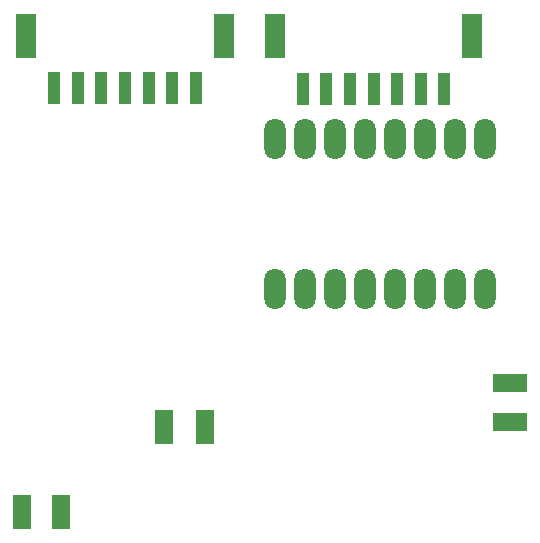
<source format=gbr>
G04 #@! TF.GenerationSoftware,KiCad,Pcbnew,(5.1.8)-1*
G04 #@! TF.CreationDate,2021-03-01T02:31:21-08:00*
G04 #@! TF.ProjectId,UAS,5541532e-6b69-4636-9164-5f7063625858,1*
G04 #@! TF.SameCoordinates,Original*
G04 #@! TF.FileFunction,Paste,Top*
G04 #@! TF.FilePolarity,Positive*
%FSLAX46Y46*%
G04 Gerber Fmt 4.6, Leading zero omitted, Abs format (unit mm)*
G04 Created by KiCad (PCBNEW (5.1.8)-1) date 2021-03-01 02:31:21*
%MOMM*%
%LPD*%
G01*
G04 APERTURE LIST*
%ADD10R,3.000000X1.500000*%
%ADD11R,1.500000X3.000000*%
%ADD12R,1.000000X2.700000*%
%ADD13R,1.800000X3.800000*%
%ADD14O,1.800000X3.500000*%
G04 APERTURE END LIST*
D10*
X166550000Y-111100000D03*
D11*
X140750000Y-111550000D03*
D10*
X166550000Y-107850000D03*
D11*
X137250000Y-111550000D03*
D12*
X133950000Y-82850000D03*
X131950000Y-82850000D03*
X135950000Y-82850000D03*
X137950000Y-82850000D03*
X129950000Y-82850000D03*
X127950000Y-82850000D03*
X139950000Y-82850000D03*
D13*
X142300000Y-78400000D03*
X125600000Y-78400000D03*
D14*
X164470000Y-87150000D03*
X161930000Y-87150000D03*
X159390000Y-87150000D03*
X156850000Y-87150000D03*
X154310000Y-87150000D03*
X151770000Y-87150000D03*
X149230000Y-87150000D03*
X146690000Y-87150000D03*
X164470000Y-99850000D03*
X161930000Y-99850000D03*
X159390000Y-99850000D03*
X156850000Y-99850000D03*
X154310000Y-99850000D03*
X151770000Y-99850000D03*
X149230000Y-99850000D03*
X146690000Y-99850000D03*
D11*
X128500000Y-118750000D03*
X125210000Y-118760000D03*
D12*
X155000000Y-82900000D03*
X153000000Y-82900000D03*
X157000000Y-82900000D03*
X159000000Y-82900000D03*
X151000000Y-82900000D03*
X149000000Y-82900000D03*
X161000000Y-82900000D03*
D13*
X163350000Y-78450000D03*
X146650000Y-78450000D03*
M02*

</source>
